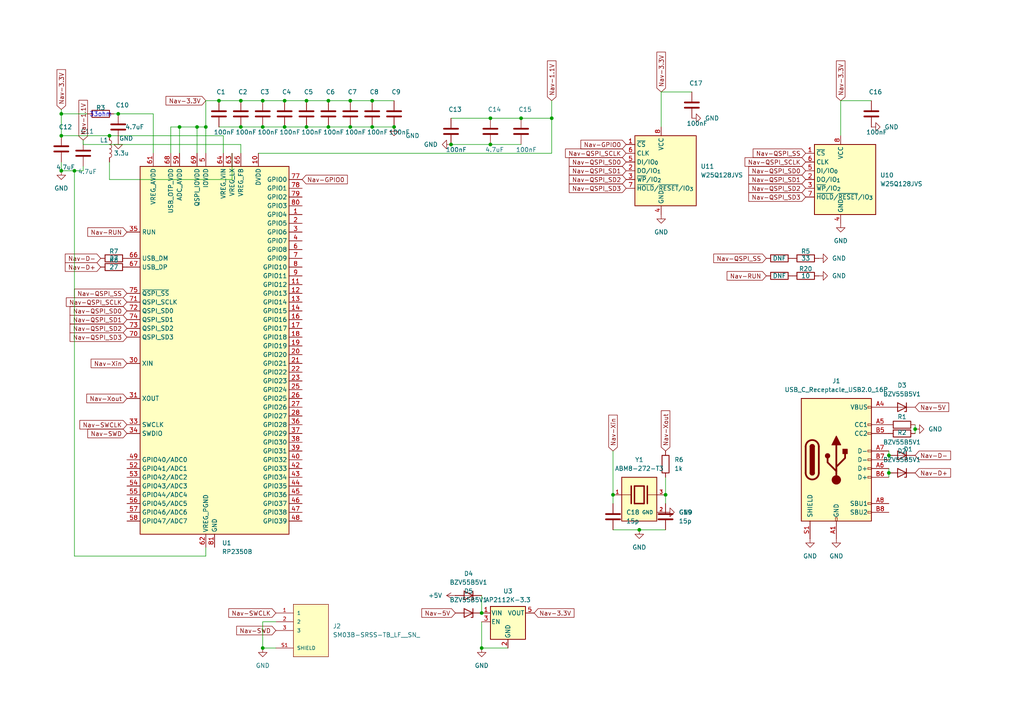
<source format=kicad_sch>
(kicad_sch (version 20250114) (generator "eeschema") (generator_version "9.0")
  (paper "A4")
  (title_block (title "Blitz") (date "2026-02-19"))
  (lib_symbols
    (symbol "ABM8-272-T3:ABM8-272-T3" (pin_names (offset 1.016))
      (property "Reference" "Y" (at -5.0878 6.3559 0))
      (property "Value" "ABM8-272-T3" (at -5.0944 -10.16 0))
      (symbol "ABM8-272-T3_0_0"
        (polyline (pts (xy -5.08 0) (xy -2.54 0)) (stroke (width 0.1524)))
        (rectangle (start -5.08 -7.62) (end 5.08 5.08) (stroke (width 0.254)) (fill (type background)))
        (polyline (pts (xy -2.3368 2.54) (xy -2.3368 -2.54)) (stroke (width 0.4064)))
        (polyline (pts (xy -1.397 2.54) (xy -1.397 -2.54)) (stroke (width 0.4064)))
        (polyline (pts (xy -1.397 2.54) (xy 1.397 2.54)) (stroke (width 0.4064)))
        (polyline (pts (xy 1.397 2.54) (xy 1.397 -2.54)) (stroke (width 0.4064)))
        (polyline (pts (xy 1.397 -2.54) (xy -1.397 -2.54)) (stroke (width 0.4064)))
        (polyline (pts (xy 2.3368 2.54) (xy 2.3368 -2.54)) (stroke (width 0.4064)))
        (polyline (pts (xy 2.54 0) (xy 5.08 0)) (stroke (width 0.1524)))
        (pin passive line (at -7.62 0 0) (length 2.54) (name "~") (number "1"))
        (pin passive line (at 7.62 0 180) (length 2.54) (name "~") (number "3"))
        (pin power_in line (at 7.62 -5.08 180) (length 2.54) (name "GND") (number "2"))
        (pin power_in line (at 7.62 -5.08 180) (length 2.54) (hide yes) (name "GND") (number "4"))
      )
    )
    (symbol "Connector:USB_C_Receptacle_USB2.0_16P" (pin_names (offset 1.016))
      (property "Reference" "J" (at 0 22.225 0))
      (property "Value" "USB_C_Receptacle_USB2.0_16P" (at 0 19.685 0))
      (symbol "USB_C_Receptacle_USB2.0_16P_0_0"
        (rectangle (start -0.254 -17.78) (end 0.254 -16.764))
        (rectangle (start 10.16 15.494) (end 9.144 14.986))
        (rectangle (start 10.16 10.414) (end 9.144 9.906))
        (rectangle (start 10.16 7.874) (end 9.144 7.366))
        (rectangle (start 10.16 2.794) (end 9.144 2.286))
        (rectangle (start 10.16 0.254) (end 9.144 -0.254))
        (rectangle (start 10.16 -2.286) (end 9.144 -2.794))
        (rectangle (start 10.16 -4.826) (end 9.144 -5.334))
        (rectangle (start 10.16 -12.446) (end 9.144 -12.954))
        (rectangle (start 10.16 -14.986) (end 9.144 -15.494))
      )
      (symbol "USB_C_Receptacle_USB2.0_16P_0_1"
        (rectangle (start -10.16 17.78) (end 10.16 -17.78) (stroke (width 0.254)) (fill (type background)))
        (polyline (pts (xy -8.89 -3.81) (xy -8.89 3.81)) (stroke (width 0.508)))
        (rectangle (start -7.62 -3.81) (end -6.35 3.81) (stroke (width 0.254)) (fill (type outline)))
        (arc (start -7.62 3.81) (mid -6.985 4.4423) (end -6.35 3.81) (stroke (width 0.254)))
        (arc (start -7.62 3.81) (mid -6.985 4.4423) (end -6.35 3.81) (stroke (width 0.254)) (fill (type outline)))
        (arc (start -8.89 3.81) (mid -6.985 5.7067) (end -5.08 3.81) (stroke (width 0.508)))
        (arc (start -5.08 -3.81) (mid -6.985 -5.7067) (end -8.89 -3.81) (stroke (width 0.508)))
        (arc (start -6.35 -3.81) (mid -6.985 -4.4423) (end -7.62 -3.81) (stroke (width 0.254)))
        (arc (start -6.35 -3.81) (mid -6.985 -4.4423) (end -7.62 -3.81) (stroke (width 0.254)) (fill (type outline)))
        (polyline (pts (xy -5.08 3.81) (xy -5.08 -3.81)) (stroke (width 0.508)))
        (circle (center -2.54 1.143) (radius 0.635) (stroke (width 0.254)) (fill (type outline)))
        (polyline (pts (xy -1.27 4.318) (xy 0 6.858) (xy 1.27 4.318) (xy -1.27 4.318)) (stroke (width 0.254)) (fill (type outline)))
        (polyline (pts (xy 0 -2.032) (xy 2.54 0.508) (xy 2.54 1.778)) (stroke (width 0.508)))
        (polyline (pts (xy 0 -3.302) (xy -2.54 -0.762) (xy -2.54 0.508)) (stroke (width 0.508)))
        (polyline (pts (xy 0 -5.842) (xy 0 4.318)) (stroke (width 0.508)))
        (circle (center 0 -5.842) (radius 1.27) (fill (type outline)))
        (rectangle (start 1.905 1.778) (end 3.175 3.048) (stroke (width 0.254)) (fill (type outline)))
      )
      (symbol "USB_C_Receptacle_USB2.0_16P_1_1"
        (pin passive line (at -7.62 -22.86 90) (length 5.08) (name "SHIELD") (number "S1"))
        (pin passive line (at 0 -22.86 90) (length 5.08) (name "GND") (number "A1"))
        (pin passive line (at 0 -22.86 90) (length 5.08) (hide yes) (name "GND") (number "A12"))
        (pin passive line (at 0 -22.86 90) (length 5.08) (hide yes) (name "GND") (number "B1"))
        (pin passive line (at 0 -22.86 90) (length 5.08) (hide yes) (name "GND") (number "B12"))
        (pin passive line (at 15.24 15.24 180) (length 5.08) (name "VBUS") (number "A4"))
        (pin passive line (at 15.24 15.24 180) (length 5.08) (hide yes) (name "VBUS") (number "A9"))
        (pin passive line (at 15.24 15.24 180) (length 5.08) (hide yes) (name "VBUS") (number "B4"))
        (pin passive line (at 15.24 15.24 180) (length 5.08) (hide yes) (name "VBUS") (number "B9"))
        (pin bidirectional line (at 15.24 10.16 180) (length 5.08) (name "CC1") (number "A5"))
        (pin bidirectional line (at 15.24 7.62 180) (length 5.08) (name "CC2") (number "B5"))
        (pin bidirectional line (at 15.24 2.54 180) (length 5.08) (name "D-") (number "A7"))
        (pin bidirectional line (at 15.24 0 180) (length 5.08) (name "D-") (number "B7"))
        (pin bidirectional line (at 15.24 -2.54 180) (length 5.08) (name "D+") (number "A6"))
        (pin bidirectional line (at 15.24 -5.08 180) (length 5.08) (name "D+") (number "B6"))
        (pin bidirectional line (at 15.24 -12.7 180) (length 5.08) (name "SBU1") (number "A8"))
        (pin bidirectional line (at 15.24 -15.24 180) (length 5.08) (name "SBU2") (number "B8"))
      )
    )
    (symbol "Device:C" (pin_numbers (hide yes)) (pin_names (offset 0.254))
      (property "Reference" "C" (at 0.635 2.54 0))
      (property "Value" "C" (at 0.635 -2.54 0))
      (symbol "C_0_1"
        (polyline (pts (xy -2.032 0.762) (xy 2.032 0.762)) (stroke (width 0.508)))
        (polyline (pts (xy -2.032 -0.762) (xy 2.032 -0.762)) (stroke (width 0.508)))
      )
      (symbol "C_1_1"
        (pin passive line (at 0 3.81 270) (length 2.794) (name "~") (number "1"))
        (pin passive line (at 0 -3.81 90) (length 2.794) (name "~") (number "2"))
      )
    )
    (symbol "Device:L" (pin_numbers (hide yes)) (pin_names (offset 1.016) (hide yes))
      (property "Reference" "L" (at -1.27 0 90))
      (property "Value" "L" (at 1.905 0 90))
      (symbol "L_0_1"
        (arc (start 0 2.54) (mid 0.6323 1.905) (end 0 1.27))
        (arc (start 0 1.27) (mid 0.6323 0.635) (end 0 0))
        (arc (start 0 0) (mid 0.6323 -0.635) (end 0 -1.27))
        (arc (start 0 -1.27) (mid 0.6323 -1.905) (end 0 -2.54))
      )
      (symbol "L_1_1"
        (pin passive line (at 0 3.81 270) (length 1.27) (name "1") (number "1"))
        (pin passive line (at 0 -3.81 90) (length 1.27) (name "2") (number "2"))
      )
    )
    (symbol "Device:R" (pin_numbers (hide yes)) (pin_names (offset 0))
      (property "Reference" "R" (at 2.032 0 90))
      (property "Value" "R" (at 0 0 90))
      (symbol "R_0_1"
        (rectangle (start -1.016 -2.54) (end 1.016 2.54) (stroke (width 0.254)))
      )
      (symbol "R_1_1"
        (pin passive line (at 0 3.81 270) (length 1.27) (name "~") (number "1"))
        (pin passive line (at 0 -3.81 90) (length 1.27) (name "~") (number "2"))
      )
    )
    (symbol "Diode:BZV55B5V1" (pin_numbers (hide yes)) (pin_names (hide yes))
      (property "Reference" "D" (at 0 2.54 0))
      (property "Value" "BZV55B5V1" (at 0 -2.54 0))
      (symbol "BZV55B5V1_0_1"
        (polyline (pts (xy -1.27 -1.27) (xy -1.27 1.27) (xy -0.762 1.27)) (stroke (width 0.254)))
        (polyline (pts (xy 1.27 0) (xy -1.27 0)))
        (polyline (pts (xy 1.27 -1.27) (xy 1.27 1.27) (xy -1.27 0) (xy 1.27 -1.27)) (stroke (width 0.254)))
      )
      (symbol "BZV55B5V1_1_1"
        (pin passive line (at -3.81 0 0) (length 2.54) (name "K") (number "1"))
        (pin passive line (at 3.81 0 180) (length 2.54) (name "A") (number "2"))
      )
    )
    (symbol "MCU_RaspberryPi:RP2350B"
      (property "Reference" "U" (at 17.526 57.404 0))
      (property "Value" "RP2350B" (at 17.526 54.864 0))
      (symbol "RP2350B_0_1"
        (rectangle (start -21.59 52.07) (end 21.59 -54.61) (stroke (width 0.254)) (fill (type background)))
      )
      (symbol "RP2350B_1_0"
        (pin bidirectional line (at -25.4 -33.02 0) (length 3.81) (name "GPIO40/ADC0") (number "49"))
        (pin bidirectional line (at -25.4 -35.56 0) (length 3.81) (name "GPIO41/ADC1") (number "52"))
        (pin bidirectional line (at -25.4 -38.1 0) (length 3.81) (name "GPIO42/ADC2") (number "53"))
        (pin bidirectional line (at -25.4 -40.64 0) (length 3.81) (name "GPIO43/ADC3") (number "54"))
        (pin bidirectional line (at -25.4 -43.18 0) (length 3.81) (name "GPIO44/ADC4") (number "55"))
        (pin bidirectional line (at -25.4 -45.72 0) (length 3.81) (name "GPIO45/ADC5") (number "56"))
        (pin bidirectional line (at -25.4 -48.26 0) (length 3.81) (name "GPIO46/ADC6") (number "57"))
        (pin bidirectional line (at -25.4 -50.8 0) (length 3.81) (name "GPIO47/ADC7") (number "58"))
        (pin power_in line (at -17.78 55.88 270) (length 3.81) (name "VREG_AVDD") (number "61"))
        (pin power_in line (at -12.7 55.88 270) (length 3.81) (name "USB_OTP_VDD") (number "68"))
        (pin power_in line (at -5.08 55.88 270) (length 3.81) (name "QSPI_IOVDD") (number "69"))
        (pin passive line (at -2.54 55.88 270) (length 3.81) (hide yes) (name "IOVDD") (number "50"))
        (pin passive line (at -2.54 55.88 270) (length 3.81) (hide yes) (name "IOVDD") (number "60"))
        (pin passive line (at -2.54 55.88 270) (length 3.81) (hide yes) (name "IOVDD") (number "76"))
        (pin power_in line (at -2.54 -58.42 90) (length 3.81) (name "VREG_PGND") (number "62"))
        (pin power_in line (at 12.7 55.88 270) (length 3.81) (name "DVDD") (number "10"))
        (pin passive line (at 12.7 55.88 270) (length 3.81) (hide yes) (name "DVDD") (number "51"))
        (pin bidirectional line (at 25.4 -27.94 180) (length 3.81) (name "GPIO30") (number "38"))
        (pin bidirectional line (at 25.4 -30.48 180) (length 3.81) (name "GPIO31") (number "39"))
        (pin bidirectional line (at 25.4 -33.02 180) (length 3.81) (name "GPIO32") (number "40"))
        (pin bidirectional line (at 25.4 -35.56 180) (length 3.81) (name "GPIO33") (number "42"))
        (pin bidirectional line (at 25.4 -38.1 180) (length 3.81) (name "GPIO34") (number "43"))
        (pin bidirectional line (at 25.4 -40.64 180) (length 3.81) (name "GPIO35") (number "44"))
        (pin bidirectional line (at 25.4 -43.18 180) (length 3.81) (name "GPIO36") (number "45"))
        (pin bidirectional line (at 25.4 -45.72 180) (length 3.81) (name "GPIO37") (number "46"))
        (pin bidirectional line (at 25.4 -48.26 180) (length 3.81) (name "GPIO38") (number "47"))
        (pin bidirectional line (at 25.4 -50.8 180) (length 3.81) (name "GPIO39") (number "48"))
      )
      (symbol "RP2350B_1_1"
        (pin input line (at -25.4 33.02 0) (length 3.81) (name "RUN") (number "35"))
        (pin bidirectional line (at -25.4 25.4 0) (length 3.81) (name "USB_DM") (number "66"))
        (pin bidirectional line (at -25.4 22.86 0) (length 3.81) (name "USB_DP") (number "67"))
        (pin output line (at -25.4 15.24 0) (length 3.81) (name "~{QSPI_SS}") (number "75"))
        (pin output line (at -25.4 12.7 0) (length 3.81) (name "QSPI_SCLK") (number "71"))
        (pin bidirectional line (at -25.4 10.16 0) (length 3.81) (name "QSPI_SD0") (number "72"))
        (pin bidirectional line (at -25.4 7.62 0) (length 3.81) (name "QSPI_SD1") (number "74"))
        (pin bidirectional line (at -25.4 5.08 0) (length 3.81) (name "QSPI_SD2") (number "73"))
        (pin bidirectional line (at -25.4 2.54 0) (length 3.81) (name "QSPI_SD3") (number "70"))
        (pin input line (at -25.4 -5.08 0) (length 3.81) (name "XIN") (number "30"))
        (pin output line (at -25.4 -15.24 0) (length 3.81) (name "XOUT") (number "31"))
        (pin input line (at -25.4 -22.86 0) (length 3.81) (name "SWCLK") (number "33"))
        (pin bidirectional line (at -25.4 -25.4 0) (length 3.81) (name "SWDIO") (number "34"))
        (pin power_in line (at -10.16 55.88 270) (length 3.81) (name "ADC_AVDD") (number "59"))
        (pin passive line (at -2.54 55.88 270) (length 3.81) (hide yes) (name "IOVDD") (number "15"))
        (pin passive line (at -2.54 55.88 270) (length 3.81) (hide yes) (name "IOVDD") (number "24"))
        (pin passive line (at -2.54 55.88 270) (length 3.81) (hide yes) (name "IOVDD") (number "29"))
        (pin passive line (at -2.54 55.88 270) (length 3.81) (hide yes) (name "IOVDD") (number "41"))
        (pin power_in line (at -2.54 55.88 270) (length 3.81) (name "IOVDD") (number "5"))
        (pin power_in line (at 0 -58.42 90) (length 3.81) (name "GND") (number "81"))
        (pin power_in line (at 2.54 55.88 270) (length 3.81) (name "VREG_VIN") (number "64"))
        (pin power_out line (at 5.08 55.88 270) (length 3.81) (name "VREG_LX") (number "63"))
        (pin passive line (at 7.62 55.88 270) (length 3.81) (name "VREG_FB") (number "65"))
        (pin passive line (at 12.7 55.88 270) (length 3.81) (hide yes) (name "DVDD") (number "32"))
        (pin bidirectional line (at 25.4 48.26 180) (length 3.81) (name "GPIO0") (number "77"))
        (pin bidirectional line (at 25.4 45.72 180) (length 3.81) (name "GPIO1") (number "78"))
        (pin bidirectional line (at 25.4 43.18 180) (length 3.81) (name "GPIO2") (number "79"))
        (pin bidirectional line (at 25.4 40.64 180) (length 3.81) (name "GPIO3") (number "80"))
        (pin bidirectional line (at 25.4 38.1 180) (length 3.81) (name "GPIO4") (number "1"))
        (pin bidirectional line (at 25.4 35.56 180) (length 3.81) (name "GPIO5") (number "2"))
        (pin bidirectional line (at 25.4 33.02 180) (length 3.81) (name "GPIO6") (number "3"))
        (pin bidirectional line (at 25.4 30.48 180) (length 3.81) (name "GPIO7") (number "4"))
        (pin bidirectional line (at 25.4 27.94 180) (length 3.81) (name "GPIO8") (number "6"))
        (pin bidirectional line (at 25.4 25.4 180) (length 3.81) (name "GPIO9") (number "7"))
        (pin bidirectional line (at 25.4 22.86 180) (length 3.81) (name "GPIO10") (number "8"))
        (pin bidirectional line (at 25.4 20.32 180) (length 3.81) (name "GPIO11") (number "9"))
        (pin bidirectional line (at 25.4 17.78 180) (length 3.81) (name "GPIO12") (number "11"))
        (pin bidirectional line (at 25.4 15.24 180) (length 3.81) (name "GPIO13") (number "12"))
        (pin bidirectional line (at 25.4 12.7 180) (length 3.81) (name "GPIO14") (number "13"))
        (pin bidirectional line (at 25.4 10.16 180) (length 3.81) (name "GPIO15") (number "14"))
        (pin bidirectional line (at 25.4 7.62 180) (length 3.81) (name "GPIO16") (number "16"))
        (pin bidirectional line (at 25.4 5.08 180) (length 3.81) (name "GPIO17") (number "17"))
        (pin bidirectional line (at 25.4 2.54 180) (length 3.81) (name "GPIO18") (number "18"))
        (pin bidirectional line (at 25.4 0 180) (length 3.81) (name "GPIO19") (number "19"))
        (pin bidirectional line (at 25.4 -2.54 180) (length 3.81) (name "GPIO20") (number "20"))
        (pin bidirectional line (at 25.4 -5.08 180) (length 3.81) (name "GPIO21") (number "21"))
        (pin bidirectional line (at 25.4 -7.62 180) (length 3.81) (name "GPIO22") (number "22"))
        (pin bidirectional line (at 25.4 -10.16 180) (length 3.81) (name "GPIO23") (number "23"))
        (pin bidirectional line (at 25.4 -12.7 180) (length 3.81) (name "GPIO24") (number "25"))
        (pin bidirectional line (at 25.4 -15.24 180) (length 3.81) (name "GPIO25") (number "26"))
        (pin bidirectional line (at 25.4 -17.78 180) (length 3.81) (name "GPIO26") (number "27"))
        (pin bidirectional line (at 25.4 -20.32 180) (length 3.81) (name "GPIO27") (number "28"))
        (pin bidirectional line (at 25.4 -22.86 180) (length 3.81) (name "GPIO28") (number "36"))
        (pin bidirectional line (at 25.4 -25.4 180) (length 3.81) (name "GPIO29") (number "37"))
      )
    )
    (symbol "Memory_Flash:W25Q128JVS"
      (property "Reference" "U" (at -6.35 11.43 0))
      (property "Value" "W25Q128JVS" (at 7.62 11.43 0))
      (symbol "W25Q128JVS_0_1"
        (rectangle (start -7.62 10.16) (end 10.16 -10.16) (stroke (width 0.254)) (fill (type background)))
      )
      (symbol "W25Q128JVS_1_1"
        (pin input line (at -10.16 7.62 0) (length 2.54) (name "~{CS}") (number "1"))
        (pin input line (at -10.16 5.08 0) (length 2.54) (name "CLK") (number "6"))
        (pin bidirectional line (at -10.16 2.54 0) (length 2.54) (name "DI/IO_{0}") (number "5"))
        (pin bidirectional line (at -10.16 0 0) (length 2.54) (name "DO/IO_{1}") (number "2"))
        (pin bidirectional line (at -10.16 -2.54 0) (length 2.54) (name "~{WP}/IO_{2}") (number "3"))
        (pin bidirectional line (at -10.16 -5.08 0) (length 2.54) (name "~{HOLD}/~{RESET}/IO_{3}") (number "7"))
        (pin power_in line (at 0 12.7 270) (length 2.54) (name "VCC") (number "8"))
        (pin power_in line (at 0 -12.7 90) (length 2.54) (name "GND") (number "4"))
      )
    )
    (symbol "Regulator_Linear:AP2112K-3.3" (pin_names (offset 0.254))
      (property "Reference" "U" (at -5.08 5.715 0))
      (property "Value" "AP2112K-3.3" (at 0 5.715 0))
      (symbol "AP2112K-3.3_0_1"
        (rectangle (start -5.08 4.445) (end 5.08 -5.08) (stroke (width 0.254)) (fill (type background)))
      )
      (symbol "AP2112K-3.3_1_1"
        (pin power_in line (at -7.62 2.54 0) (length 2.54) (name "VIN") (number "1"))
        (pin input line (at -7.62 0 0) (length 2.54) (name "EN") (number "3"))
        (pin power_in line (at 0 -7.62 90) (length 2.54) (name "GND") (number "2"))
        (pin no_connect line (at 5.08 0 180) (length 2.54) (hide yes) (name "NC") (number "4"))
        (pin power_out line (at 7.62 2.54 180) (length 2.54) (name "VOUT") (number "5"))
      )
    )
    (symbol "SM03B-SRSS-TB_LF__SN_:SM03B-SRSS-TB_LF__SN_" (pin_names (offset 1.016))
      (property "Reference" "J" (at -5.08 8.382 0))
      (property "Value" "SM03B-SRSS-TB_LF__SN_" (at -5.08 -10.16 0))
      (symbol "SM03B-SRSS-TB_LF__SN__0_0"
        (rectangle (start -5.08 -7.62) (end 5.08 7.62) (stroke (width 0.1524)) (fill (type background)))
        (pin passive line (at -10.16 5.08 0) (length 5.08) (name "1") (number "1"))
        (pin passive line (at -10.16 2.54 0) (length 5.08) (name "2") (number "2"))
        (pin passive line (at -10.16 0 0) (length 5.08) (name "3") (number "3"))
        (pin passive line (at -10.16 -5.08 0) (length 5.08) (name "SHIELD") (number "S1"))
        (pin passive line (at -10.16 -5.08 0) (length 5.08) (hide yes) (name "SHIELD") (number "S2"))
      )
    )
    (symbol "power:+5V" (power) (pin_numbers (hide yes)) (pin_names (offset 0) (hide yes))
      (property "Value" "+5V" (at 0 3.556 0))
      (symbol "+5V_0_1"
        (polyline (pts (xy -0.762 1.27) (xy 0 2.54)))
        (polyline (pts (xy 0 2.54) (xy 0.762 1.27)))
        (polyline (pts (xy 0 0) (xy 0 2.54)))
      )
      (symbol "+5V_1_1"
        (pin power_in line (at 0 0 90) (length 0) (name "~") (number "1"))
      )
    )
    (symbol "power:GND" (power) (pin_numbers (hide yes)) (pin_names (offset 0) (hide yes))
      (property "Value" "GND" (at 0 -3.81 0))
      (symbol "GND_0_1"
        (polyline (pts (xy 0 0) (xy 0 -1.27) (xy 1.27 -1.27) (xy 0 -2.54) (xy -1.27 -1.27) (xy 0 -1.27)))
      )
      (symbol "GND_1_1"
        (pin power_in line (at 0 0 270) (length 0) (name "~") (number "1"))
      )
    )
  )
  (text "33ohm" (at 29.21 33.274 0) (effects (font (size 1.27 1.27))))
  (junction (at 101.6 29.21))
  (junction (at 130.81 41.91))
  (junction (at 82.55 36.83))
  (junction (at 160.02 34.29))
  (junction (at 59.69 36.83))
  (junction (at 69.85 36.83))
  (junction (at 52.07 36.83))
  (junction (at 17.78 39.37))
  (junction (at 95.25 29.21))
  (junction (at 257.81 137.16))
  (junction (at 17.78 33.02))
  (junction (at 57.15 36.83))
  (junction (at 31.75 39.37))
  (junction (at 185.42 153.67))
  (junction (at 76.2 36.83))
  (junction (at 265.43 124.46))
  (junction (at 193.04 143.51))
  (junction (at 88.9 29.21))
  (junction (at 95.25 36.83))
  (junction (at 107.95 36.83))
  (junction (at 107.95 29.21))
  (junction (at 82.55 29.21))
  (junction (at 114.3 36.83))
  (junction (at 177.8 143.51))
  (junction (at 151.13 34.29))
  (junction (at 257.81 132.08))
  (junction (at 142.24 34.29))
  (junction (at 17.78 49.53))
  (junction (at 88.9 36.83))
  (junction (at 139.7 177.8))
  (junction (at 142.24 41.91))
  (junction (at 63.5 29.21))
  (junction (at 101.6 36.83))
  (junction (at 76.2 29.21))
  (junction (at 139.7 187.96))
  (junction (at 69.85 29.21))
  (junction (at 21.59 49.53))
  (junction (at 34.29 33.02))
  (junction (at 76.2 187.96))
  (wire (pts (xy 95.25 29.21) (xy 101.6 29.21)))
  (wire (pts (xy 257.81 132.08) (xy 257.81 133.35)))
  (wire (pts (xy 265.43 124.46) (xy 265.43 125.73)))
  (wire (pts (xy 59.69 36.83) (xy 59.69 29.21)))
  (wire (pts (xy 177.8 143.51) (xy 177.8 146.05)))
  (wire (pts (xy 17.78 39.37) (xy 31.75 39.37)))
  (wire (pts (xy 21.59 161.29) (xy 59.69 161.29)))
  (wire (pts (xy 193.04 143.51) (xy 193.04 146.05)))
  (wire (pts (xy 265.43 123.19) (xy 265.43 124.46)))
  (wire (pts (xy 57.15 36.83) (xy 52.07 36.83)))
  (wire (pts (xy 17.78 46.99) (xy 17.78 49.53)))
  (wire (pts (xy 95.25 36.83) (xy 101.6 36.83)))
  (wire (pts (xy 142.24 34.29) (xy 151.13 34.29)))
  (wire (pts (xy 76.2 187.96) (xy 80.01 187.96)))
  (wire (pts (xy 101.6 29.21) (xy 107.95 29.21)))
  (wire (pts (xy 69.85 29.21) (xy 76.2 29.21)))
  (wire (pts (xy 24.13 49.53) (xy 21.59 49.53)))
  (wire (pts (xy 31.75 39.37) (xy 64.77 39.37)))
  (wire (pts (xy 63.5 29.21) (xy 69.85 29.21)))
  (wire (pts (xy 24.13 41.91) (xy 69.85 41.91)))
  (wire (pts (xy 64.77 44.45) (xy 64.77 39.37)))
  (wire (pts (xy 185.42 153.67) (xy 193.04 153.67)))
  (wire (pts (xy 101.6 36.83) (xy 107.95 36.83)))
  (wire (pts (xy 74.93 44.45) (xy 160.02 44.45)))
  (wire (pts (xy 59.69 44.45) (xy 59.69 36.83)))
  (wire (pts (xy 177.8 153.67) (xy 185.42 153.67)))
  (wire (pts (xy 107.95 29.21) (xy 114.3 29.21)))
  (wire (pts (xy 59.69 36.83) (xy 57.15 36.83)))
  (wire (pts (xy 76.2 180.34) (xy 76.2 187.96)))
  (wire (pts (xy 17.78 49.53) (xy 21.59 49.53)))
  (wire (pts (xy 17.78 33.02) (xy 17.78 31.75)))
  (wire (pts (xy 177.8 130.81) (xy 177.8 143.51)))
  (wire (pts (xy 257.81 137.16) (xy 257.81 138.43)))
  (wire (pts (xy 76.2 36.83) (xy 82.55 36.83)))
  (wire (pts (xy 139.7 172.72) (xy 139.7 177.8)))
  (wire (pts (xy 88.9 29.21) (xy 95.25 29.21)))
  (wire (pts (xy 24.13 49.53) (xy 24.13 48.26)))
  (wire (pts (xy 59.69 29.21) (xy 63.5 29.21)))
  (wire (pts (xy 191.77 26.67) (xy 200.66 26.67)))
  (wire (pts (xy 139.7 180.34) (xy 139.7 187.96)))
  (wire (pts (xy 69.85 41.91) (xy 69.85 44.45)))
  (wire (pts (xy 67.31 52.07) (xy 67.31 44.45)))
  (wire (pts (xy 257.81 135.89) (xy 257.81 137.16)))
  (wire (pts (xy 17.78 39.37) (xy 17.78 33.02)))
  (wire (pts (xy 34.29 33.02) (xy 44.45 33.02)))
  (wire (pts (xy 142.24 41.91) (xy 151.13 41.91)))
  (wire (pts (xy 193.04 138.43) (xy 193.04 143.51)))
  (wire (pts (xy 57.15 36.83) (xy 57.15 44.45)))
  (wire (pts (xy 52.07 36.83) (xy 52.07 44.45)))
  (wire (pts (xy 21.59 49.53) (xy 21.59 161.29)))
  (wire (pts (xy 130.81 41.91) (xy 142.24 41.91)))
  (wire (pts (xy 31.75 52.07) (xy 67.31 52.07)))
  (wire (pts (xy 257.81 130.81) (xy 257.81 132.08)))
  (wire (pts (xy 88.9 36.83) (xy 95.25 36.83)))
  (wire (pts (xy 49.53 36.83) (xy 49.53 44.45)))
  (wire (pts (xy 25.4 33.02) (xy 17.78 33.02)))
  (wire (pts (xy 31.75 46.99) (xy 31.75 52.07)))
  (wire (pts (xy 139.7 187.96) (xy 147.32 187.96)))
  (wire (pts (xy 130.81 34.29) (xy 142.24 34.29)))
  (wire (pts (xy 76.2 29.21) (xy 82.55 29.21)))
  (wire (pts (xy 63.5 36.83) (xy 69.85 36.83)))
  (wire (pts (xy 52.07 36.83) (xy 49.53 36.83)))
  (wire (pts (xy 243.84 29.21) (xy 252.73 29.21)))
  (wire (pts (xy 160.02 34.29) (xy 160.02 44.45)))
  (wire (pts (xy 80.01 180.34) (xy 76.2 180.34)))
  (wire (pts (xy 160.02 34.29) (xy 160.02 29.21)))
  (wire (pts (xy 69.85 36.83) (xy 76.2 36.83)))
  (wire (pts (xy 107.95 36.83) (xy 114.3 36.83)))
  (wire (pts (xy 191.77 36.83) (xy 191.77 26.67)))
  (wire (pts (xy 82.55 29.21) (xy 88.9 29.21)))
  (wire (pts (xy 33.02 33.02) (xy 34.29 33.02)))
  (wire (pts (xy 82.55 36.83) (xy 88.9 36.83)))
  (wire (pts (xy 44.45 44.45) (xy 44.45 33.02)))
  (wire (pts (xy 59.69 161.29) (xy 59.69 158.75)))
  (wire (pts (xy 151.13 34.29) (xy 160.02 34.29)))
  (wire (pts (xy 24.13 40.64) (xy 24.13 41.91)))
  (wire (pts (xy 243.84 39.37) (xy 243.84 29.21)))
  (global_label "Nav-QSPI_SD2" (shape input) (at 36.83 95.25 180) (property "Intersheetrefs" "${INTERSHEET_REFS}" (effects (hide yes))))
  (global_label "Nav-QSPI_SD0" (shape input) (at 181.61 46.99 180) (property "Intersheetrefs" "${INTERSHEET_REFS}" (effects (hide yes))))
  (global_label "Nav-QSPI_SCLK" (shape input) (at 181.61 44.45 180) (property "Intersheetrefs" "${INTERSHEET_REFS}" (effects (hide yes))))
  (global_label "Nav-5V" (shape input) (at 265.43 118.11 0) (property "Intersheetrefs" "${INTERSHEET_REFS}" (effects (hide yes))))
  (global_label "Nav-QSPI_SCLK" (shape input) (at 36.83 87.63 180) (property "Intersheetrefs" "${INTERSHEET_REFS}" (effects (hide yes))))
  (global_label "Nav-D-" (shape input) (at 265.43 132.08 0) (property "Intersheetrefs" "${INTERSHEET_REFS}" (effects (hide yes))))
  (global_label "Nav-D-" (shape input) (at 29.21 74.93 180) (property "Intersheetrefs" "${INTERSHEET_REFS}" (effects (hide yes))))
  (global_label "Nav-SWD" (shape input) (at 80.01 182.88 180) (property "Intersheetrefs" "${INTERSHEET_REFS}" (effects (hide yes))))
  (global_label "Nav-1.1V" (shape input) (at 24.13 40.64 90) (property "Intersheetrefs" "${INTERSHEET_REFS}" (effects (hide yes))))
  (global_label "Nav-QSPI_SD2" (shape input) (at 181.61 52.07 180) (property "Intersheetrefs" "${INTERSHEET_REFS}" (effects (hide yes))))
  (global_label "Nav-QSPI_SS" (shape input) (at 36.83 85.09 180) (property "Intersheetrefs" "${INTERSHEET_REFS}" (effects (hide yes))))
  (global_label "Nav-SWD" (shape input) (at 36.83 125.73 180) (property "Intersheetrefs" "${INTERSHEET_REFS}" (effects (hide yes))))
  (global_label "Nav-3.3V" (shape input) (at 191.77 26.67 90) (property "Intersheetrefs" "${INTERSHEET_REFS}" (effects (hide yes))))
  (global_label "Nav-D+" (shape input) (at 29.21 77.47 180) (property "Intersheetrefs" "${INTERSHEET_REFS}" (effects (hide yes))))
  (global_label "Nav-QSPI_SCLK" (shape input) (at 233.68 46.99 180) (property "Intersheetrefs" "${INTERSHEET_REFS}" (effects (hide yes))))
  (global_label "Nav-3.3V" (shape input) (at 243.84 29.21 90) (property "Intersheetrefs" "${INTERSHEET_REFS}" (effects (hide yes))))
  (global_label "Nav-Xin" (shape input) (at 36.83 105.41 180) (property "Intersheetrefs" "${INTERSHEET_REFS}" (effects (hide yes))))
  (global_label "Nav-Xin" (shape input) (at 177.8 130.81 90) (property "Intersheetrefs" "${INTERSHEET_REFS}" (effects (hide yes))))
  (global_label "Nav-3.3V" (shape input) (at 59.69 29.21 180) (property "Intersheetrefs" "${INTERSHEET_REFS}" (effects (hide yes))))
  (global_label "Nav-GPIO0" (shape input) (at 181.61 41.91 180) (property "Intersheetrefs" "${INTERSHEET_REFS}" (effects (hide yes))))
  (global_label "Nav-QSPI_SD1" (shape input) (at 36.83 92.71 180) (property "Intersheetrefs" "${INTERSHEET_REFS}" (effects (hide yes))))
  (global_label "Nav-Xout" (shape input) (at 193.04 130.81 90) (property "Intersheetrefs" "${INTERSHEET_REFS}" (effects (hide yes))))
  (global_label "Nav-QSPI_SD1" (shape input) (at 233.68 52.07 180) (property "Intersheetrefs" "${INTERSHEET_REFS}" (effects (hide yes))))
  (global_label "Nav-5V" (shape input) (at 132.08 177.8 180) (property "Intersheetrefs" "${INTERSHEET_REFS}" (effects (hide yes))))
  (global_label "Nav-QSPI_SD0" (shape input) (at 233.68 49.53 180) (property "Intersheetrefs" "${INTERSHEET_REFS}" (effects (hide yes))))
  (global_label "Nav-QSPI_SD1" (shape input) (at 181.61 49.53 180) (property "Intersheetrefs" "${INTERSHEET_REFS}" (effects (hide yes))))
  (global_label "Nav-QSPI_SD0" (shape input) (at 36.83 90.17 180) (property "Intersheetrefs" "${INTERSHEET_REFS}" (effects (hide yes))))
  (global_label "Nav-Xout" (shape input) (at 36.83 115.57 180) (property "Intersheetrefs" "${INTERSHEET_REFS}" (effects (hide yes))))
  (global_label "Nav-QSPI_SS" (shape input) (at 233.68 44.45 180) (property "Intersheetrefs" "${INTERSHEET_REFS}" (effects (hide yes))))
  (global_label "Nav-SWCLK" (shape input) (at 80.01 177.8 180) (property "Intersheetrefs" "${INTERSHEET_REFS}" (effects (hide yes))))
  (global_label "Nav-QSPI_SD3" (shape input) (at 181.61 54.61 180) (property "Intersheetrefs" "${INTERSHEET_REFS}" (effects (hide yes))))
  (global_label "Nav-3.3V" (shape input) (at 17.78 31.75 90) (property "Intersheetrefs" "${INTERSHEET_REFS}" (effects (hide yes))))
  (global_label "Nav-QSPI_SD3" (shape input) (at 233.68 57.15 180) (property "Intersheetrefs" "${INTERSHEET_REFS}" (effects (hide yes))))
  (global_label "Nav-SWCLK" (shape input) (at 36.83 123.19 180) (property "Intersheetrefs" "${INTERSHEET_REFS}" (effects (hide yes))))
  (global_label "Nav-QSPI_SD2" (shape input) (at 233.68 54.61 180) (property "Intersheetrefs" "${INTERSHEET_REFS}" (effects (hide yes))))
  (global_label "Nav-1.1V" (shape input) (at 160.02 29.21 90) (property "Intersheetrefs" "${INTERSHEET_REFS}" (effects (hide yes))))
  (global_label "Nav-QSPI_SD3" (shape input) (at 36.83 97.79 180) (property "Intersheetrefs" "${INTERSHEET_REFS}" (effects (hide yes))))
  (global_label "Nav-RUN" (shape input) (at 36.83 67.31 180) (property "Intersheetrefs" "${INTERSHEET_REFS}" (effects (hide yes))))
  (global_label "Nav-GPIO0" (shape input) (at 87.63 52.07 0) (property "Intersheetrefs" "${INTERSHEET_REFS}" (effects (hide yes))))
  (global_label "Nav-D+" (shape input) (at 265.43 137.16 0) (property "Intersheetrefs" "${INTERSHEET_REFS}" (effects (hide yes))))
  (global_label "Nav-QSPI_SS" (shape input) (at 222.25 74.93 180) (property "Intersheetrefs" "${INTERSHEET_REFS}" (effects (hide yes))))
  (global_label "Nav-RUN" (shape input) (at 222.25 80.01 180) (property "Intersheetrefs" "${INTERSHEET_REFS}" (effects (hide yes))))
  (global_label "Nav-3.3V" (shape input) (at 154.94 177.8 0) (property "Intersheetrefs" "${INTERSHEET_REFS}" (effects (hide yes))))
  (symbol (lib_id "power:GND") (at 193.04 148.59 90) (unit 1)
    (property "Reference" "#PWR015" (effects (hide yes)))
    (property "Value" "GND" (at 196.85 148.5899 90) (effects (justify right)))
    (property "Description" "Power symbol creates a global label with name \"GND\" , ground" (effects (hide yes)))
  )
  (symbol (lib_id "Device:C") (at 88.9 33.02 0) (unit 1)
    (property "Reference" "C5" (at 88.138 26.67 0) (effects (justify left)))
    (property "Value" "100nF" (at 87.376 38.354 0) (effects (justify left)))
    (property "Footprint" "Capacitor_SMD:C_01005_0402Metric" (effects (hide yes)))
    (property "Description" "Unpolarized capacitor" (effects (hide yes)))
  )
  (symbol (lib_id "Device:C") (at 177.8 149.86 0) (unit 1)
    (property "Reference" "C18" (at 181.61 148.5899 0) (effects (justify left)))
    (property "Value" "15p" (at 181.61 151.1299 0) (effects (justify left)))
    (property "Footprint" "Capacitor_SMD:C_0201_0603Metric" (effects (hide yes)))
    (property "Description" "Unpolarized capacitor" (effects (hide yes)))
  )
  (symbol (lib_id "Diode:BZV55B5V1") (at 261.62 137.16 180) (unit 1)
    (property "Reference" "D2" (at 261.62 130.81 0))
    (property "Value" "BZV55B5V1" (at 261.62 133.35 0))
    (property "Footprint" "Diode_SMD:D_MiniMELF" (effects (hide yes)))
    (property "Datasheet" "https://assets.nexperia.com/documents/data-sheet/BZV55_SER.pdf" (effects (hide yes)))
    (property "Description" "5.1V, 500mW, 2%, Zener diode, MiniMELF" (effects (hide yes)))
  )
  (symbol (lib_id "power:GND") (at 234.95 156.21 0) (unit 1)
    (property "Reference" "#PWR02" (effects (hide yes)))
    (property "Value" "GND" (at 234.95 161.29 0))
    (property "Description" "Power symbol creates a global label with name \"GND\" , ground" (effects (hide yes)))
  )
  (symbol (lib_id "MCU_RaspberryPi:RP2350B") (at 62.23 100.33 0) (unit 1)
    (property "Reference" "U1" (at 64.3733 157.48 0) (effects (justify left)))
    (property "Value" "RP2350B" (at 64.3733 160.02 0) (effects (justify left)))
    (property "Footprint" "Package_DFN_QFN:QFN-80-1EP_10x10mm_P0.4mm_EP3.4x3.4mm" (effects (hide yes)))
    (property "Datasheet" "https://datasheets.raspberrypi.com/rp2350/rp2350-datasheet.pdf" (effects (hide yes)))
    (property "Description" "A microcontroller by Raspberry Pi, dual CPU architecture (ARM Cortex-M33 / RISC-V Hazard3), 150MHz, no flash, 520KB SRAM, 12 PIO state machines, VQFN-80" (effects (hide yes)))
    (property private "KLC_S4.2_DVDD" "Not a standalone power converter; internal on-chip voltage regulator for digital core supply; DVDD is the digital core power supply, should be placed next to voltage regulator output." (effects (hide yes)))
    (property private "KLC_S4.2_VREG_LX" "Should be placed next to DVDD." (effects (hide yes)))
  )
  (symbol (lib_id "Device:C") (at 17.78 43.18 0) (unit 1)
    (property "Reference" "C12" (at 17.018 36.83 0) (effects (justify left)))
    (property "Value" "4.7uF" (at 16.256 48.514 0) (effects (justify left)))
    (property "Footprint" "Capacitor_SMD:C_01005_0402Metric" (effects (hide yes)))
    (property "Description" "Unpolarized capacitor" (effects (hide yes)))
  )
  (symbol (lib_id "Device:C") (at 24.13 44.45 0) (unit 1)
    (property "Reference" "C11" (at 23.368 38.1 0) (effects (justify left)))
    (property "Value" "4.7uF" (at 22.606 49.784 0) (effects (justify left)))
    (property "Footprint" "Capacitor_SMD:C_01005_0402Metric" (effects (hide yes)))
    (property "Description" "Unpolarized capacitor" (effects (hide yes)))
  )
  (symbol (lib_id "Device:C") (at 107.95 33.02 0) (unit 1)
    (property "Reference" "C8" (at 107.188 26.67 0) (effects (justify left)))
    (property "Value" "100nF" (at 106.426 38.354 0) (effects (justify left)))
    (property "Footprint" "Capacitor_SMD:C_01005_0402Metric" (effects (hide yes)))
    (property "Description" "Unpolarized capacitor" (effects (hide yes)))
  )
  (symbol (lib_id "Device:C") (at 63.5 33.02 0) (unit 1)
    (property "Reference" "C1" (at 62.738 26.67 0) (effects (justify left)))
    (property "Value" "100nF" (at 61.976 38.354 0) (effects (justify left)))
    (property "Footprint" "Capacitor_SMD:C_01005_0402Metric" (effects (hide yes)))
    (property "Description" "Unpolarized capacitor" (effects (hide yes)))
  )
  (symbol (lib_id "Device:C") (at 130.81 38.1 0) (unit 1)
    (property "Reference" "C13" (at 130.048 31.75 0) (effects (justify left)))
    (property "Value" "100nF" (at 129.286 43.434 0) (effects (justify left)))
    (property "Footprint" "Capacitor_SMD:C_01005_0402Metric" (effects (hide yes)))
    (property "Description" "Unpolarized capacitor" (effects (hide yes)))
  )
  (symbol (lib_id "ABM8-272-T3:ABM8-272-T3") (at 185.42 143.51 0) (unit 1)
    (property "Reference" "Y1" (at 185.42 133.35 0))
    (property "Value" "ABM8-272-T3" (at 185.42 135.89 0))
    (property "Footprint" "ABM8-272-T3:XTAL_ABM8-272-T3" (effects (hide yes)))
    (property "MF" "ABRACON" (effects (hide yes)))
    (property "MAXIMUM_PACKAGE_HEIGHT" "0.8mm" (effects (hide yes)))
    (property "CREATOR" "DIZAR" (effects (hide yes)))
    (property "Price" "None" (effects (hide yes)))
    (property "Package" "NON-STANDARD-4 Abracon" (effects (hide yes)))
    (property "Check_prices" "https://www.snapeda.com/parts/ABM8-272-T3/Abracon/view-part/?ref=eda" (effects (hide yes)))
    (property "STANDARD" "Manufacturer Recommendations" (effects (hide yes)))
    (property "PARTREV" "07-29-20" (effects (hide yes)))
    (property "SnapEDA_Link" "https://www.snapeda.com/parts/ABM8-272-T3/Abracon/view-part/?ref=snap" (effects (hide yes)))
    (property "MP" "ABM8-272-T3" (effects (hide yes)))
    (property "Description_1" "12 MHz ±30ppm Crystal 10pF 50 Ohms 4-SMD, No Lead" (effects (hide yes)))
    (property "Availability" "In Stock" (effects (hide yes)))
    (property "MANUFACTURER" "ABRACON" (effects (hide yes)))
  )
  (symbol (lib_id "power:GND") (at 242.57 156.21 0) (unit 1)
    (property "Reference" "#PWR03" (effects (hide yes)))
    (property "Value" "GND" (at 242.57 161.29 0))
    (property "Description" "Power symbol creates a global label with name \"GND\" , ground" (effects (hide yes)))
  )
  (symbol (lib_id "power:GND") (at 139.7 187.96 0) (unit 1)
    (property "Reference" "#PWR05" (effects (hide yes)))
    (property "Value" "GND" (at 139.7 193.04 0))
    (property "Description" "Power symbol creates a global label with name \"GND\" , ground" (effects (hide yes)))
  )
  (symbol (lib_id "Memory_Flash:W25Q128JVS") (at 191.77 49.53 0) (unit 1)
    (property "Reference" "U11" (at 203.2 48.2599 0) (effects (justify left)))
    (property "Value" "W25Q128JVS" (at 203.2 50.7999 0) (effects (justify left)))
    (property "Footprint" "Package_SO:SOIC-8_5.3x5.3mm_P1.27mm" (effects (hide yes)))
    (property "Datasheet" "https://www.winbond.com/resource-files/w25q128jv_dtr%20revc%2003272018%20plus.pdf" (effects (hide yes)))
    (property "Description" "128Mbit / 16MiB Serial Flash Memory, Standard/Dual/Quad SPI, 2.7-3.6V, SOIC-8" (effects (hide yes)))
  )
  (symbol (lib_id "Device:R") (at 233.68 74.93 90) (unit 1)
    (property "Reference" "R5" (at 233.68 72.898 90))
    (property "Value" "33" (at 233.68 74.93 90))
    (property "Footprint" "Resistor_SMD:R_0201_0603Metric_Pad0.64x0.40mm_HandSolder" (effects (hide yes)))
    (property "Description" "Resistor" (effects (hide yes)))
  )
  (symbol (lib_id "Device:C") (at 34.29 36.83 0) (unit 1)
    (property "Reference" "C10" (at 33.528 30.48 0) (effects (justify left)))
    (property "Value" "4.7uF" (at 36.322 36.83 0) (effects (justify left)))
    (property "Footprint" "Capacitor_SMD:C_01005_0402Metric" (effects (hide yes)))
    (property "Description" "Unpolarized capacitor" (effects (hide yes)))
  )
  (symbol (lib_id "Device:C") (at 193.04 149.86 0) (unit 1)
    (property "Reference" "C19" (at 196.85 148.5899 0) (effects (justify left)))
    (property "Value" "15p" (at 196.85 151.1299 0) (effects (justify left)))
    (property "Footprint" "Capacitor_SMD:C_0201_0603Metric" (effects (hide yes)))
    (property "Description" "Unpolarized capacitor" (effects (hide yes)))
  )
  (symbol (lib_id "Diode:BZV55B5V1") (at 261.62 118.11 180) (unit 1)
    (property "Reference" "D3" (at 261.62 111.76 0))
    (property "Value" "BZV55B5V1" (at 261.62 114.3 0))
    (property "Footprint" "Diode_SMD:D_MiniMELF" (effects (hide yes)))
    (property "Datasheet" "https://assets.nexperia.com/documents/data-sheet/BZV55_SER.pdf" (effects (hide yes)))
    (property "Description" "5.1V, 500mW, 2%, Zener diode, MiniMELF" (effects (hide yes)))
  )
  (symbol (lib_id "power:GND") (at 265.43 124.46 90) (unit 1)
    (property "Reference" "#PWR01" (effects (hide yes)))
    (property "Value" "GND" (at 269.24 124.4599 90) (effects (justify right)))
    (property "Description" "Power symbol creates a global label with name \"GND\" , ground" (effects (hide yes)))
  )
  (symbol (lib_id "Device:R") (at 193.04 134.62 0) (unit 1)
    (property "Reference" "R6" (at 195.58 133.3499 0) (effects (justify left)))
    (property "Value" "1k" (at 195.58 135.8899 0) (effects (justify left)))
    (property "Footprint" "Resistor_SMD:R_01005_0402Metric" (effects (hide yes)))
    (property "Description" "Resistor" (effects (hide yes)))
  )
  (symbol (lib_id "Diode:BZV55B5V1") (at 261.62 132.08 180) (unit 1)
    (property "Reference" "D1" (at 263.398 130.302 0))
    (property "Value" "BZV55B5V1" (at 261.62 128.27 0))
    (property "Footprint" "Diode_SMD:D_MiniMELF" (effects (hide yes)))
    (property "Datasheet" "https://assets.nexperia.com/documents/data-sheet/BZV55_SER.pdf" (effects (hide yes)))
    (property "Description" "5.1V, 500mW, 2%, Zener diode, MiniMELF" (effects (hide yes)))
  )
  (symbol (lib_id "Memory_Flash:W25Q128JVS") (at 243.84 52.07 0) (unit 1)
    (property "Reference" "U10" (at 255.27 50.7999 0) (effects (justify left)))
    (property "Value" "W25Q128JVS" (at 255.27 53.3399 0) (effects (justify left)))
    (property "Footprint" "Package_SO:SOIC-8_5.3x5.3mm_P1.27mm" (effects (hide yes)))
    (property "Datasheet" "https://www.winbond.com/resource-files/w25q128jv_dtr%20revc%2003272018%20plus.pdf" (effects (hide yes)))
    (property "Description" "128Mbit / 16MiB Serial Flash Memory, Standard/Dual/Quad SPI, 2.7-3.6V, SOIC-8" (effects (hide yes)))
  )
  (symbol (lib_id "Device:C") (at 151.13 38.1 0) (unit 1)
    (property "Reference" "C15" (at 150.368 31.75 0) (effects (justify left)))
    (property "Value" "100nF" (at 149.606 43.434 0) (effects (justify left)))
    (property "Footprint" "Capacitor_SMD:C_01005_0402Metric" (effects (hide yes)))
    (property "Description" "Unpolarized capacitor" (effects (hide yes)))
  )
  (symbol (lib_id "Regulator_Linear:AP2112K-3.3") (at 147.32 180.34 0) (unit 1)
    (property "Reference" "U3" (at 147.32 171.45 0))
    (property "Value" "AP2112K-3.3" (at 147.32 173.99 0))
    (property "Footprint" "Package_TO_SOT_SMD:SOT-23-5" (effects (hide yes)))
    (property "Datasheet" "https://www.diodes.com/assets/Datasheets/AP2112.pdf" (effects (hide yes)))
    (property "Description" "600mA low dropout linear regulator, with enable pin, 3.8V-6V input voltage range, 3.3V fixed positive output, SOT-23-5" (effects (hide yes)))
  )
  (symbol (lib_id "Device:C") (at 82.55 33.02 0) (unit 1)
    (property "Reference" "C4" (at 81.788 26.67 0) (effects (justify left)))
    (property "Value" "100nF" (at 81.026 38.354 0) (effects (justify left)))
    (property "Footprint" "Capacitor_SMD:C_01005_0402Metric" (effects (hide yes)))
    (property "Description" "Unpolarized capacitor" (effects (hide yes)))
  )
  (symbol (lib_id "SM03B-SRSS-TB_LF__SN_:SM03B-SRSS-TB_LF__SN_") (at 90.17 182.88 0) (unit 1)
    (property "Reference" "J2" (at 96.52 181.6099 0) (effects (justify left)))
    (property "Value" "SM03B-SRSS-TB_LF__SN_" (at 96.52 184.1499 0) (effects (justify left)))
    (property "Footprint" "SM03B-SRSS-TB_LF__SN_:JST_SM03B-SRSS-TB_LF__SN_" (effects (hide yes)))
    (property "MF" "JST Sales" (effects (hide yes)))
    (property "Description_1" "Connector Header Surface Mount, Right Angle 3 position 0.039 (1.00mm)" (effects (hide yes)))
    (property "Package" "None" (effects (hide yes)))
    (property "Price" "None" (effects (hide yes)))
    (property "Check_prices" "https://www.snapeda.com/parts/SM03B-SRSS-TB(LF)(SN)/JST/view-part/?ref=eda" (effects (hide yes)))
    (property "STANDARD" "Manufacturer Recommendation" (effects (hide yes)))
    (property "SnapEDA_Link" "https://www.snapeda.com/parts/SM03B-SRSS-TB(LF)(SN)/JST/view-part/?ref=snap" (effects (hide yes)))
    (property "MP" "SM03B-SRSS-TB(LF)(SN)" (effects (hide yes)))
    (property "Availability" "In Stock" (effects (hide yes)))
    (property "MANUFACTURER" "JST" (effects (hide yes)))
  )
  (symbol (lib_id "Device:R") (at 261.62 125.73 90) (unit 1)
    (property "Reference" "R2" (at 261.62 125.476 90))
    (property "Value" "R" (effects (hide yes)))
    (property "Footprint" "Resistor_SMD:R_01005_0402Metric" (effects (hide yes)))
    (property "Description" "Resistor" (effects (hide yes)))
  )
  (symbol (lib_id "power:GND") (at 76.2 187.96 0) (unit 1)
    (property "Reference" "#PWR017" (effects (hide yes)))
    (property "Value" "GND" (at 76.2 193.04 0))
    (property "Description" "Power symbol creates a global label with name \"GND\" , ground" (effects (hide yes)))
  )
  (symbol (lib_id "power:GND") (at 185.42 153.67 0) (unit 1)
    (property "Reference" "#PWR016" (effects (hide yes)))
    (property "Value" "GND" (at 185.42 158.75 0))
    (property "Description" "Power symbol creates a global label with name \"GND\" , ground" (effects (hide yes)))
  )
  (symbol (lib_id "Device:R") (at 233.68 80.01 90) (unit 1)
    (property "Reference" "R20" (at 233.68 77.978 90))
    (property "Value" "10" (at 233.68 80.01 90))
    (property "Footprint" "Resistor_SMD:R_0201_0603Metric_Pad0.64x0.40mm_HandSolder" (effects (hide yes)))
    (property "Description" "Resistor" (effects (hide yes)))
  )
  (symbol (lib_id "Diode:BZV55B5V1") (at 135.89 177.8 180) (unit 1)
    (property "Reference" "D5" (at 135.89 171.45 0))
    (property "Value" "BZV55B5V1" (at 135.89 173.99 0))
    (property "Footprint" "Diode_SMD:D_MiniMELF" (effects (hide yes)))
    (property "Datasheet" "https://assets.nexperia.com/documents/data-sheet/BZV55_SER.pdf" (effects (hide yes)))
    (property "Description" "5.1V, 500mW, 2%, Zener diode, MiniMELF" (effects (hide yes)))
  )
  (symbol (lib_id "Device:R") (at 226.06 74.93 90) (unit 1)
    (property "Reference" "R4" (effects (hide yes)))
    (property "Value" "DNF" (at 226.06 74.93 90))
    (property "Footprint" "Resistor_SMD:R_0603_1608Metric" (effects (hide yes)))
    (property "Description" "Resistor" (effects (hide yes)))
  )
  (symbol (lib_id "power:GND") (at 237.49 80.01 90) (unit 1)
    (property "Reference" "#PWR028" (effects (hide yes)))
    (property "Value" "GND" (at 241.3 80.0099 90) (effects (justify right)))
    (property "Description" "Power symbol creates a global label with name \"GND\" , ground" (effects (hide yes)))
  )
  (symbol (lib_id "power:GND") (at 252.73 36.83 90) (unit 1)
    (property "Reference" "#PWR010" (effects (hide yes)))
    (property "Value" "GND" (at 256.54 36.8299 90) (effects (justify right)))
    (property "Description" "Power symbol creates a global label with name \"GND\" , ground" (effects (hide yes)))
  )
  (symbol (lib_id "Device:R") (at 226.06 80.01 90) (unit 1)
    (property "Reference" "R19" (effects (hide yes)))
    (property "Value" "DNF" (at 226.06 80.01 90))
    (property "Footprint" "Resistor_SMD:R_0603_1608Metric" (effects (hide yes)))
    (property "Description" "Resistor" (effects (hide yes)))
  )
  (symbol (lib_id "Device:L") (at 31.75 43.18 0) (unit 1)
    (property "Reference" "L1" (at 28.956 40.64 0) (effects (justify left)))
    (property "Value" "3.3u" (at 33.02 44.4499 0) (effects (justify left)))
    (property "Footprint" "Capacitor_SMD:C_0201_0603Metric" (effects (hide yes)))
    (property "Description" "Inductor" (effects (hide yes)))
  )
  (symbol (lib_id "power:GND") (at 17.78 49.53 0) (unit 1)
    (property "Reference" "#PWR08" (effects (hide yes)))
    (property "Value" "GND" (at 17.78 54.61 0))
    (property "Description" "Power symbol creates a global label with name \"GND\" , ground" (effects (hide yes)))
  )
  (symbol (lib_id "Device:C") (at 69.85 33.02 0) (unit 1)
    (property "Reference" "C2" (at 69.088 26.67 0) (effects (justify left)))
    (property "Value" "100nF" (at 68.326 38.354 0) (effects (justify left)))
    (property "Footprint" "Capacitor_SMD:C_01005_0402Metric" (effects (hide yes)))
    (property "Description" "Unpolarized capacitor" (effects (hide yes)))
  )
  (symbol (lib_id "Device:C") (at 101.6 33.02 0) (unit 1)
    (property "Reference" "C7" (at 100.838 26.67 0) (effects (justify left)))
    (property "Value" "100nF" (at 100.076 38.354 0) (effects (justify left)))
    (property "Footprint" "Capacitor_SMD:C_01005_0402Metric" (effects (hide yes)))
    (property "Description" "Unpolarized capacitor" (effects (hide yes)))
  )
  (symbol (lib_id "Device:C") (at 200.66 30.48 0) (unit 1)
    (property "Reference" "C17" (at 199.898 24.13 0) (effects (justify left)))
    (property "Value" "100nF" (at 199.136 35.814 0) (effects (justify left)))
    (property "Footprint" "Capacitor_SMD:C_01005_0402Metric" (effects (hide yes)))
    (property "Description" "Unpolarized capacitor" (effects (hide yes)))
  )
  (symbol (lib_id "power:GND") (at 243.84 64.77 0) (unit 1)
    (property "Reference" "#PWR011" (effects (hide yes)))
    (property "Value" "GND" (at 243.84 69.85 0))
    (property "Description" "Power symbol creates a global label with name \"GND\" , ground" (effects (hide yes)))
  )
  (symbol (lib_id "power:+5V") (at 132.08 172.72 90) (unit 1)
    (property "Reference" "#PWR04" (effects (hide yes)))
    (property "Value" "+5V" (at 128.27 172.7199 90) (effects (justify left)))
    (property "Description" "Power symbol creates a global label with name \"+5V\"" (effects (hide yes)))
  )
  (symbol (lib_id "power:GND") (at 191.77 62.23 0) (unit 1)
    (property "Reference" "#PWR013" (effects (hide yes)))
    (property "Value" "GND" (at 191.77 67.31 0))
    (property "Description" "Power symbol creates a global label with name \"GND\" , ground" (effects (hide yes)))
  )
  (symbol (lib_id "power:GND") (at 34.29 40.64 0) (unit 1)
    (property "Reference" "#PWR07" (effects (hide yes)))
    (property "Value" "GND" (at 36.576 40.132 0))
    (property "Description" "Power symbol creates a global label with name \"GND\" , ground" (effects (hide yes)))
  )
  (symbol (lib_id "Connector:USB_C_Receptacle_USB2.0_16P") (at 242.57 133.35 0) (unit 1)
    (property "Reference" "J1" (at 242.57 110.49 0))
    (property "Value" "USB_C_Receptacle_USB2.0_16P" (at 242.57 113.03 0))
    (property "Footprint" "Connector_USB:USB_C_Receptacle_G-Switch_GT-USB-7010ASV" (effects (hide yes)))
    (property "Datasheet" "https://www.usb.org/sites/default/files/documents/usb_type-c.zip" (effects (hide yes)))
    (property "Description" "USB 2.0-only 16P Type-C Receptacle connector" (effects (hide yes)))
  )
  (symbol (lib_id "Device:C") (at 252.73 33.02 0) (unit 1)
    (property "Reference" "C16" (at 251.968 26.67 0) (effects (justify left)))
    (property "Value" "100nF" (at 251.206 38.354 0) (effects (justify left)))
    (property "Footprint" "Capacitor_SMD:C_01005_0402Metric" (effects (hide yes)))
    (property "Description" "Unpolarized capacitor" (effects (hide yes)))
  )
  (symbol (lib_id "Device:R") (at 33.02 77.47 90) (unit 1)
    (property "Reference" "R8" (at 33.02 75.438 90))
    (property "Value" "27" (at 33.02 77.47 90))
    (property "Footprint" "Resistor_SMD:R_0201_0603Metric_Pad0.64x0.40mm_HandSolder" (effects (hide yes)))
    (property "Description" "Resistor" (effects (hide yes)))
  )
  (symbol (lib_id "power:GND") (at 114.3 36.83 0) (unit 1)
    (property "Reference" "#PWR06" (effects (hide yes)))
    (property "Value" "GND" (at 119.634 39.37 0))
    (property "Description" "Power symbol creates a global label with name \"GND\" , ground" (effects (hide yes)))
  )
  (symbol (lib_id "Diode:BZV55B5V1") (at 135.89 172.72 180) (unit 1)
    (property "Reference" "D4" (at 135.89 166.37 0))
    (property "Value" "BZV55B5V1" (at 135.89 168.91 0))
    (property "Footprint" "Diode_SMD:D_MiniMELF" (effects (hide yes)))
    (property "Datasheet" "https://assets.nexperia.com/documents/data-sheet/BZV55_SER.pdf" (effects (hide yes)))
    (property "Description" "5.1V, 500mW, 2%, Zener diode, MiniMELF" (effects (hide yes)))
  )
  (symbol (lib_id "power:GND") (at 130.81 41.91 270) (unit 1)
    (property "Reference" "#PWR09" (effects (hide yes)))
    (property "Value" "GND" (at 127 41.9099 90) (effects (justify right)))
    (property "Description" "Power symbol creates a global label with name \"GND\" , ground" (effects (hide yes)))
  )
  (symbol (lib_id "Device:C") (at 142.24 38.1 0) (unit 1)
    (property "Reference" "C14" (at 141.478 31.75 0) (effects (justify left)))
    (property "Value" "4.7uF" (at 140.716 43.434 0) (effects (justify left)))
    (property "Footprint" "Capacitor_SMD:C_01005_0402Metric" (effects (hide yes)))
    (property "Description" "Unpolarized capacitor" (effects (hide yes)))
  )
  (symbol (lib_id "power:GND") (at 200.66 34.29 90) (unit 1)
    (property "Reference" "#PWR014" (effects (hide yes)))
    (property "Value" "GND" (at 204.47 34.2899 90) (effects (justify right)))
    (property "Description" "Power symbol creates a global label with name \"GND\" , ground" (effects (hide yes)))
  )
  (symbol (lib_id "Device:R") (at 29.21 33.02 90) (unit 1)
    (property "Reference" "R3" (at 29.21 31.242 90))
    (property "Value" "R" (effects (hide yes)))
    (property "Footprint" "Resistor_SMD:R_01005_0402Metric_Pad0.57x0.30mm_HandSolder" (effects (hide yes)))
    (property "Description" "Resistor" (effects (hide yes)))
  )
  (symbol (lib_id "Device:R") (at 261.62 123.19 90) (unit 1)
    (property "Reference" "R1" (at 261.62 120.904 90))
    (property "Value" "R" (effects (hide yes)))
    (property "Footprint" "Resistor_SMD:R_01005_0402Metric" (effects (hide yes)))
    (property "Description" "Resistor" (effects (hide yes)))
  )
  (symbol (lib_id "Device:C") (at 114.3 33.02 0) (unit 1)
    (property "Reference" "C9" (at 113.538 26.67 0) (effects (justify left)))
    (property "Value" "100nF" (at 112.776 38.354 0) (effects (justify left)))
    (property "Footprint" "Capacitor_SMD:C_01005_0402Metric" (effects (hide yes)))
    (property "Description" "Unpolarized capacitor" (effects (hide yes)))
  )
  (symbol (lib_id "Device:C") (at 76.2 33.02 0) (unit 1)
    (property "Reference" "C3" (at 75.438 26.67 0) (effects (justify left)))
    (property "Value" "100nF" (at 74.676 38.354 0) (effects (justify left)))
    (property "Footprint" "Capacitor_SMD:C_01005_0402Metric" (effects (hide yes)))
    (property "Description" "Unpolarized capacitor" (effects (hide yes)))
  )
  (symbol (lib_id "Device:C") (at 95.25 33.02 0) (unit 1)
    (property "Reference" "C6" (at 94.488 26.67 0) (effects (justify left)))
    (property "Value" "100nF" (at 93.726 38.354 0) (effects (justify left)))
    (property "Footprint" "Capacitor_SMD:C_01005_0402Metric" (effects (hide yes)))
    (property "Description" "Unpolarized capacitor" (effects (hide yes)))
  )
  (symbol (lib_id "Device:R") (at 33.02 74.93 90) (unit 1)
    (property "Reference" "R7" (at 33.02 72.898 90))
    (property "Value" "27" (at 33.02 74.93 90))
    (property "Footprint" "Resistor_SMD:R_0201_0603Metric_Pad0.64x0.40mm_HandSolder" (effects (hide yes)))
    (property "Description" "Resistor" (effects (hide yes)))
  )
  (symbol (lib_id "power:GND") (at 237.49 74.93 90) (unit 1)
    (property "Reference" "#PWR012" (effects (hide yes)))
    (property "Value" "GND" (at 241.3 74.9299 90) (effects (justify right)))
    (property "Description" "Power symbol creates a global label with name \"GND\" , ground" (effects (hide yes)))
  )
)
</source>
